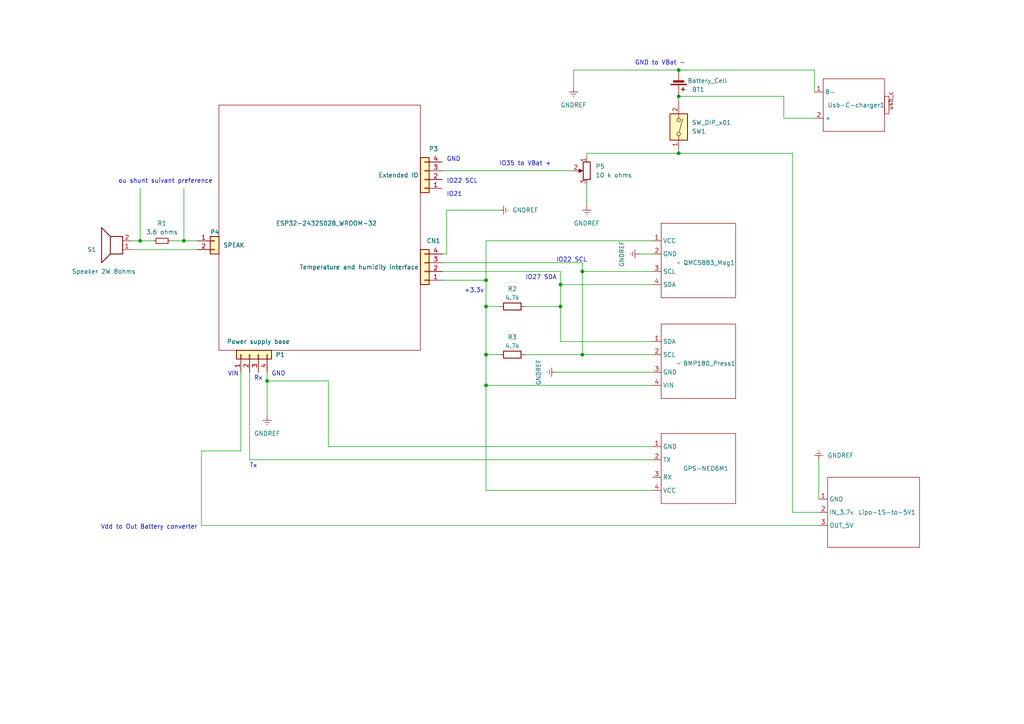
<source format=kicad_sch>
(kicad_sch (version 20230121) (generator eeschema)
  (paper "A4")
  (title_block (title "BertheVarioTac") (date "2024-10-09") (rev "1.3") (comment 1 "Author : SpinBerthe"))
  (lib_symbols
    (symbol "BertheLibrary:BMP180"
      (property "Reference" "BMP180" (at 5.08 0 0))
      (symbol "BMP180_0_1"
        (rectangle (start -5.08 11.43) (end 16.51 -10.16))
      )
      (symbol "BMP180_1_1"
        (pin input line (at -7.62 6.35 0) (length 2.54) (name "SDA") (number "1"))
        (pin input line (at -7.62 2.54 0) (length 2.54) (name "SCL") (number "2"))
        (pin input line (at -7.62 -2.54 0) (length 2.54) (name "GND") (number "3"))
        (pin input line (at -7.62 -6.35 0) (length 2.54) (name "VIN") (number "4"))
      )
    )
    (symbol "BertheLibrary:ESP32"
      (property "Reference" "ESP32-2432S028" (at 0 0 0))
      (symbol "ESP32_0_1"
        (rectangle (start -29.21 35.56) (end 29.21 -35.56))
      )
    )
    (symbol "BertheLibrary:GPS-NEO6"
      (property "Reference" "GPS-NEO6M" (at 0 0 0))
      (symbol "GPS-NEO6_0_1"
        (rectangle (start -11.43 10.16) (end 10.16 -10.16))
      )
      (symbol "GPS-NEO6_1_1"
        (pin input line (at -13.97 6.35 0) (length 2.54) (name "GND") (number "1"))
        (pin input line (at -13.97 2.54 0) (length 2.54) (name "TX") (number "2"))
        (pin input line (at -13.97 -2.54 0) (length 2.54) (name "RX") (number "3"))
        (pin input line (at -13.97 -6.35 0) (length 2.54) (name "VCC") (number "4"))
      )
    )
    (symbol "BertheLibrary:Lipo-to-5v"
      (property "Reference" "Lipo-1S-to-5V" (at 5.08 0 0))
      (symbol "Lipo-to-5v_0_1"
        (rectangle (start -11.43 10.16) (end 15.24 -10.16))
      )
      (symbol "Lipo-to-5v_1_1"
        (pin input line (at -13.97 3.81 0) (length 2.54) (name "GND") (number "1"))
        (pin input line (at -13.97 0 0) (length 2.54) (name "IN_3.7v") (number "2"))
        (pin input line (at -13.97 -3.81 0) (length 2.54) (name "OUT_5V") (number "3"))
      )
    )
    (symbol "BertheLibrary:QMC5883"
      (property "Reference" "QMC5883" (at 5.08 0 0))
      (symbol "QMC5883_0_1"
        (rectangle (start -5.08 11.43) (end 16.51 -10.16))
      )
      (symbol "QMC5883_1_1"
        (pin input line (at -7.62 6.35 0) (length 2.54) (name "VCC") (number "1"))
        (pin input line (at -7.62 2.54 0) (length 2.54) (name "GND") (number "2"))
        (pin input line (at -7.62 -2.54 0) (length 2.54) (name "SCL") (number "3"))
        (pin input line (at -7.62 -6.35 0) (length 2.54) (name "SDA") (number "4"))
      )
    )
    (symbol "BertheLibrary:Usb_c_charger"
      (property "Reference" "Usb-C-charger" (at 0 0 0))
      (symbol "Usb_c_charger_0_1"
        (rectangle (start -8.89 7.62) (end 8.89 -7.62))
      )
      (symbol "Usb_c_charger_1_1"
        (text_box "usb_c\n" (at 8.89 2.54 90) (size 1.27 -5.08) (effects (font (size 1.27 1.27)) (justify left top)))
        (pin input line (at -11.43 3.81 0) (length 2.54) (name "B-") (number "1"))
        (pin input line (at -11.43 -3.81 0) (length 2.54) (name "+") (number "2"))
      )
    )
    (symbol "Connector_Generic:Conn_01x02" (pin_names (offset 1.016) hide)
      (property "Reference" "J" (at 0 2.54 0))
      (property "Value" "Conn_01x02" (at 0 -5.08 0))
      (symbol "Conn_01x02_1_1"
        (rectangle (start -1.27 -2.413) (end 0 -2.667) (stroke (width 0.1524)))
        (rectangle (start -1.27 0.127) (end 0 -0.127) (stroke (width 0.1524)))
        (rectangle (start -1.27 1.27) (end 1.27 -3.81) (stroke (width 0.254)) (fill (type background)))
        (pin passive line (at -5.08 0 0) (length 3.81) (name "Pin_1") (number "1"))
        (pin passive line (at -5.08 -2.54 0) (length 3.81) (name "Pin_2") (number "2"))
      )
    )
    (symbol "Connector_Generic:Conn_01x04" (pin_names (offset 1.016) hide)
      (property "Reference" "J" (at 0 5.08 0))
      (property "Value" "Conn_01x04" (at 0 -7.62 0))
      (symbol "Conn_01x04_1_1"
        (rectangle (start -1.27 -4.953) (end 0 -5.207) (stroke (width 0.1524)))
        (rectangle (start -1.27 -2.413) (end 0 -2.667) (stroke (width 0.1524)))
        (rectangle (start -1.27 0.127) (end 0 -0.127) (stroke (width 0.1524)))
        (rectangle (start -1.27 2.667) (end 0 2.413) (stroke (width 0.1524)))
        (rectangle (start -1.27 3.81) (end 1.27 -6.35) (stroke (width 0.254)) (fill (type background)))
        (pin passive line (at -5.08 2.54 0) (length 3.81) (name "Pin_1") (number "1"))
        (pin passive line (at -5.08 0 0) (length 3.81) (name "Pin_2") (number "2"))
        (pin passive line (at -5.08 -2.54 0) (length 3.81) (name "Pin_3") (number "3"))
        (pin passive line (at -5.08 -5.08 0) (length 3.81) (name "Pin_4") (number "4"))
      )
    )
    (symbol "Device:Battery_Cell" (pin_numbers hide) (pin_names (offset 0) hide)
      (property "Reference" "BT" (at 2.54 2.54 0))
      (property "Value" "Battery_Cell" (at 2.54 0 0))
      (symbol "Battery_Cell_0_1"
        (rectangle (start -2.286 1.778) (end 2.286 1.524) (fill (type outline)))
        (rectangle (start -1.524 1.016) (end 1.524 0.508) (fill (type outline)))
        (polyline (pts (xy 0 0.762) (xy 0 0)))
        (polyline (pts (xy 0 1.778) (xy 0 2.54)))
        (polyline (pts (xy 0.762 3.048) (xy 1.778 3.048)) (stroke (width 0.254)))
        (polyline (pts (xy 1.27 3.556) (xy 1.27 2.54)) (stroke (width 0.254)))
      )
      (symbol "Battery_Cell_1_1"
        (pin passive line (at 0 5.08 270) (length 2.54) (name "+") (number "1"))
        (pin passive line (at 0 -2.54 90) (length 2.54) (name "-") (number "2"))
      )
    )
    (symbol "Device:R" (pin_numbers hide) (pin_names (offset 0))
      (property "Reference" "R" (at 2.032 0 90))
      (property "Value" "R" (at 0 0 90))
      (symbol "R_0_1"
        (rectangle (start -1.016 -2.54) (end 1.016 2.54) (stroke (width 0.254)))
      )
      (symbol "R_1_1"
        (pin passive line (at 0 3.81 270) (length 1.27) (name "~") (number "1"))
        (pin passive line (at 0 -3.81 90) (length 1.27) (name "~") (number "2"))
      )
    )
    (symbol "Device:R_Potentiometer" (pin_names (offset 1.016) hide)
      (property "Reference" "RV" (at -4.445 0 90))
      (property "Value" "R_Potentiometer" (at -2.54 0 90))
      (symbol "R_Potentiometer_0_1"
        (polyline (pts (xy 2.54 0) (xy 1.524 0)))
        (polyline (pts (xy 1.143 0) (xy 2.286 0.508) (xy 2.286 -0.508) (xy 1.143 0)) (fill (type outline)))
        (rectangle (start 1.016 2.54) (end -1.016 -2.54) (stroke (width 0.254)))
      )
      (symbol "R_Potentiometer_1_1"
        (pin passive line (at 0 3.81 270) (length 1.27) (name "1") (number "1"))
        (pin passive line (at 3.81 0 180) (length 1.27) (name "2") (number "2"))
        (pin passive line (at 0 -3.81 90) (length 1.27) (name "3") (number "3"))
      )
    )
    (symbol "Device:R_Small" (pin_numbers hide) (pin_names (offset 0.254) hide)
      (property "Reference" "R" (at 0.762 0.508 0))
      (property "Value" "R_Small" (at 0.762 -1.016 0))
      (symbol "R_Small_0_1"
        (rectangle (start -0.762 1.778) (end 0.762 -1.778) (stroke (width 0.2032)))
      )
      (symbol "R_Small_1_1"
        (pin passive line (at 0 2.54 270) (length 0.762) (name "~") (number "1"))
        (pin passive line (at 0 -2.54 90) (length 0.762) (name "~") (number "2"))
      )
    )
    (symbol "Device:Speaker" (pin_names (offset 0) hide)
      (property "Reference" "LS" (at 1.27 5.715 0))
      (property "Value" "Speaker" (at 1.27 3.81 0))
      (symbol "Speaker_0_0"
        (rectangle (start -2.54 1.27) (end 1.016 -3.81) (stroke (width 0.254)))
        (polyline (pts (xy 1.016 1.27) (xy 3.556 3.81) (xy 3.556 -6.35) (xy 1.016 -3.81)) (stroke (width 0.254)))
      )
      (symbol "Speaker_1_1"
        (pin input line (at -5.08 0 0) (length 2.54) (name "1") (number "1"))
        (pin input line (at -5.08 -2.54 0) (length 2.54) (name "2") (number "2"))
      )
    )
    (symbol "Switch:SW_DIP_x01" (pin_names (offset 0) hide)
      (property "Reference" "SW" (at 0 3.81 0))
      (property "Value" "SW_DIP_x01" (at 0 -3.81 0))
      (symbol "SW_DIP_x01_0_0"
        (circle (center -2.032 0) (radius 0.508))
        (polyline (pts (xy -1.524 0.127) (xy 2.3622 1.1684)))
        (circle (center 2.032 0) (radius 0.508))
      )
      (symbol "SW_DIP_x01_0_1"
        (rectangle (start -3.81 2.54) (end 3.81 -2.54) (stroke (width 0.254)) (fill (type background)))
      )
      (symbol "SW_DIP_x01_1_1"
        (pin passive line (at -7.62 0 0) (length 5.08) (name "~") (number "1"))
        (pin passive line (at 7.62 0 180) (length 5.08) (name "~") (number "2"))
      )
    )
    (symbol "power:GNDREF" (power) (pin_names (offset 0))
      (property "Value" "GNDREF" (at 0 -3.81 0))
      (symbol "GNDREF_0_1"
        (polyline (pts (xy -0.635 -1.905) (xy 0.635 -1.905)))
        (polyline (pts (xy -0.127 -2.54) (xy 0.127 -2.54)))
        (polyline (pts (xy 0 -1.27) (xy 0 0)))
        (polyline (pts (xy 1.27 -1.27) (xy -1.27 -1.27)))
      )
      (symbol "GNDREF_1_1"
        (pin power_in line (at 0 0 270) (length 0) hide (name "GNDREF") (number "1"))
      )
    )
  )
  (junction (at 196.85 44.45))
  (junction (at 77.47 110.49))
  (junction (at 168.91 78.74))
  (junction (at 140.97 111.76))
  (junction (at 196.85 27.94))
  (junction (at 53.34 69.85))
  (junction (at 140.97 88.9))
  (junction (at 162.56 82.55))
  (junction (at 40.64 69.85))
  (junction (at 140.97 102.87))
  (junction (at 162.56 88.9))
  (junction (at 168.91 102.87))
  (junction (at 140.97 81.28))
  (junction (at 196.85 20.32))
  (wire (pts (xy 170.18 44.45) (xy 196.85 44.45)))
  (wire (pts (xy 152.4 102.87) (xy 168.91 102.87)))
  (wire (pts (xy 49.53 69.85) (xy 53.34 69.85)))
  (wire (pts (xy 140.97 88.9) (xy 140.97 102.87)))
  (wire (pts (xy 162.56 82.55) (xy 162.56 88.9)))
  (wire (pts (xy 236.22 26.67) (xy 236.22 20.32)))
  (wire (pts (xy 77.47 110.49) (xy 77.47 107.95)))
  (wire (pts (xy 140.97 69.85) (xy 189.23 69.85)))
  (wire (pts (xy 77.47 110.49) (xy 95.25 110.49)))
  (wire (pts (xy 53.34 54.61) (xy 53.34 69.85)))
  (wire (pts (xy 53.34 69.85) (xy 57.15 69.85)))
  (wire (pts (xy 227.33 34.29) (xy 227.33 27.94)))
  (wire (pts (xy 128.27 78.74) (xy 162.56 78.74)))
  (wire (pts (xy 128.27 81.28) (xy 140.97 81.28)))
  (wire (pts (xy 168.91 78.74) (xy 189.23 78.74)))
  (wire (pts (xy 140.97 142.24) (xy 189.23 142.24)))
  (wire (pts (xy 152.4 88.9) (xy 162.56 88.9)))
  (wire (pts (xy 166.37 20.32) (xy 196.85 20.32)))
  (wire (pts (xy 170.18 44.45) (xy 170.18 45.72)))
  (wire (pts (xy 168.91 102.87) (xy 189.23 102.87)))
  (wire (pts (xy 229.87 44.45) (xy 229.87 148.59)))
  (wire (pts (xy 140.97 81.28) (xy 140.97 88.9)))
  (wire (pts (xy 77.47 120.65) (xy 77.47 110.49)))
  (wire (pts (xy 227.33 27.94) (xy 196.85 27.94)))
  (wire (pts (xy 40.64 69.85) (xy 40.64 54.61)))
  (wire (pts (xy 38.1 69.85) (xy 40.64 69.85)))
  (wire (pts (xy 237.49 133.35) (xy 237.49 144.78)))
  (wire (pts (xy 140.97 111.76) (xy 140.97 142.24)))
  (wire (pts (xy 95.25 110.49) (xy 95.25 129.54)))
  (wire (pts (xy 162.56 78.74) (xy 162.56 82.55)))
  (wire (pts (xy 40.64 69.85) (xy 44.45 69.85)))
  (wire (pts (xy 196.85 27.94) (xy 196.85 29.21)))
  (wire (pts (xy 58.42 130.81) (xy 69.85 130.81)))
  (wire (pts (xy 72.39 133.35) (xy 189.23 133.35)))
  (wire (pts (xy 95.25 129.54) (xy 189.23 129.54)))
  (wire (pts (xy 58.42 130.81) (xy 58.42 152.4)))
  (wire (pts (xy 170.18 53.34) (xy 170.18 59.69)))
  (wire (pts (xy 168.91 78.74) (xy 168.91 102.87)))
  (wire (pts (xy 128.27 73.66) (xy 129.54 73.66)))
  (wire (pts (xy 185.42 73.66) (xy 189.23 73.66)))
  (wire (pts (xy 168.91 76.2) (xy 168.91 78.74)))
  (wire (pts (xy 128.27 49.53) (xy 166.37 49.53)))
  (wire (pts (xy 161.29 107.95) (xy 189.23 107.95)))
  (wire (pts (xy 129.54 60.96) (xy 144.78 60.96)))
  (wire (pts (xy 236.22 20.32) (xy 196.85 20.32)))
  (wire (pts (xy 140.97 88.9) (xy 144.78 88.9)))
  (wire (pts (xy 69.85 130.81) (xy 69.85 107.95)))
  (wire (pts (xy 236.22 34.29) (xy 227.33 34.29)))
  (wire (pts (xy 140.97 111.76) (xy 189.23 111.76)))
  (wire (pts (xy 72.39 107.95) (xy 72.39 133.35)))
  (wire (pts (xy 166.37 25.4) (xy 166.37 20.32)))
  (wire (pts (xy 162.56 88.9) (xy 162.56 99.06)))
  (wire (pts (xy 140.97 69.85) (xy 140.97 81.28)))
  (wire (pts (xy 140.97 102.87) (xy 144.78 102.87)))
  (wire (pts (xy 140.97 102.87) (xy 140.97 111.76)))
  (wire (pts (xy 229.87 148.59) (xy 237.49 148.59)))
  (wire (pts (xy 128.27 76.2) (xy 168.91 76.2)))
  (wire (pts (xy 196.85 44.45) (xy 229.87 44.45)))
  (wire (pts (xy 162.56 82.55) (xy 189.23 82.55)))
  (wire (pts (xy 162.56 99.06) (xy 189.23 99.06)))
  (wire (pts (xy 38.1 72.39) (xy 57.15 72.39)))
  (wire (pts (xy 58.42 152.4) (xy 237.49 152.4)))
  (wire (pts (xy 129.54 73.66) (xy 129.54 60.96)))
  (text "IO22 SCL" (at 161.29 76.2 0) (effects (font (size 1.27 1.27)) (justify left bottom)))
  (text "Vdd to Out Battery converter" (at 29.21 153.67 0) (effects (font (size 1.27 1.27)) (justify left bottom)))
  (text "GND" (at 129.54 46.99 0) (effects (font (size 1.27 1.27)) (justify left bottom)))
  (text "GND to VBat -" (at 184.15 19.05 0) (effects (font (size 1.27 1.27)) (justify left bottom)))
  (text "IO22 SCL" (at 129.54 53.34 0) (effects (font (size 1.27 1.27)) (justify left bottom)))
  (text "GND" (at 78.74 109.22 0) (effects (font (size 1.27 1.27)) (justify left bottom)))
  (text "IO27 SDA" (at 152.4 81.28 0) (effects (font (size 1.27 1.27)) (justify left bottom)))
  (text "Rx\n" (at 73.66 110.49 0) (effects (font (size 1.27 1.27)) (justify left bottom)))
  (text "IO21" (at 129.54 57.15 0) (effects (font (size 1.27 1.27)) (justify left bottom)))
  (text "IO35 to VBat +" (at 144.78 48.26 0) (effects (font (size 1.27 1.27)) (justify left bottom)))
  (text "+3.3v" (at 134.62 85.09 0) (effects (font (size 1.27 1.27)) (justify left bottom)))
  (text "VIN" (at 66.04 109.22 0) (effects (font (size 1.27 1.27)) (justify left bottom)))
  (text "ou shunt suivant preference" (at 34.29 53.34 0) (effects (font (size 1.27 1.27)) (justify left bottom)))
  (text "Tx" (at 72.39 135.89 0) (effects (font (size 1.27 1.27)) (justify left bottom)))
  (symbol (lib_id "Connector_Generic:Conn_01x02") (at 62.23 69.85 0) (unit 1)
    (property "Reference" "P4" (at 60.96 67.31 0) (effects (justify left)))
    (property "Value" "SPEAK" (at 64.77 71.12 0) (effects (justify left)))
    (property "Footprint" "BertheShema:2 trous standard" (effects hide))
  )
  (symbol (lib_id "BertheLibrary:QMC5883") (at 196.85 76.2 0) (unit 1)
    (property "Reference" "QMC5883_Mag1" (at 198.12 76.2 0) (effects (justify left)))
    (property "Value" "~" (at 196.85 76.2 0))
    (property "Footprint" "BertheShema:QMC5883" (effects hide))
  )
  (symbol (lib_id "Connector_Generic:Conn_01x04") (at 72.39 102.87 90) (unit 1)
    (property "Reference" "P1" (at 81.28 102.87 90))
    (property "Value" "Power supply base" (at 74.93 99.06 90))
    (property "Footprint" "BertheShema:4 trous standard" (effects hide))
  )
  (symbol (lib_id "Device:R_Small") (at 46.99 69.85 90) (unit 1)
    (property "Reference" "R1" (at 46.99 64.77 90))
    (property "Value" "3.6 ohms" (at 46.99 67.31 90))
    (property "Footprint" "Resistor_THT:R_Axial_DIN0207_L6.3mm_D2.5mm_P10.16mm_Horizontal" (effects hide))
  )
  (symbol (lib_id "Device:R") (at 148.59 88.9 90) (unit 1)
    (property "Reference" "R2" (at 148.59 83.82 90))
    (property "Value" "4.7k" (at 148.59 86.36 90))
    (property "Footprint" "BertheShema:R_47" (effects hide))
  )
  (symbol (lib_id "BertheLibrary:Lipo-to-5v") (at 251.46 148.59 0) (unit 1)
    (property "Reference" "Lipo-1S-to-5V1" (at 248.92 148.59 0) (effects (justify left)))
    (property "Value" "-" (effects hide))
    (property "Footprint" "BertheShema:1S-to-5v" (effects hide))
  )
  (symbol (lib_id "Device:Battery_Cell") (at 196.85 22.86 0) (mirror x) (unit 1)
    (property "Reference" "BT1" (at 200.66 25.9715 0) (effects (justify left)))
    (property "Value" "Battery_Cell" (at 199.39 23.4315 0) (effects (justify left)))
    (property "Footprint" "BertheShema:batterie" (effects hide))
  )
  (symbol (lib_id "BertheLibrary:BMP180") (at 196.85 105.41 0) (unit 1)
    (property "Reference" "BMP180_Press1" (at 198.12 105.41 0) (effects (justify left)))
    (property "Value" "~" (at 196.85 105.41 0))
    (property "Footprint" "BertheShema:BMP180" (effects hide))
  )
  (symbol (lib_id "power:GNDREF") (at 144.78 60.96 90) (unit 1)
    (property "Reference" "#PWR0101" (effects hide))
    (property "Value" "GNDREF" (at 148.59 60.96 90) (effects (justify right)))
  )
  (symbol (lib_id "power:GNDREF") (at 170.18 59.69 0) (unit 1)
    (property "Reference" "#PWR0104" (effects hide))
    (property "Value" "GNDREF" (at 170.18 64.77 0))
  )
  (symbol (lib_id "power:GNDREF") (at 185.42 73.66 270) (mirror x) (unit 1)
    (property "Reference" "#PWR02" (effects hide))
    (property "Value" "GNDREF" (at 180.34 73.66 0))
  )
  (symbol (lib_id "power:GNDREF") (at 237.49 133.35 180) (unit 1)
    (property "Reference" "#PWR0102" (effects hide))
    (property "Value" "GNDREF" (at 240.03 132.08 0) (effects (justify right)))
  )
  (symbol (lib_id "BertheLibrary:Usb_c_charger") (at 247.65 30.48 0) (unit 1)
    (property "Reference" "Usb-C-charger1" (at 240.03 30.48 0) (effects (justify left)))
    (property "Value" "-" (effects hide))
    (property "Footprint" "BertheShema:Usb-C-Charger" (effects hide))
  )
  (symbol (lib_id "Switch:SW_DIP_x01") (at 196.85 36.83 270) (mirror x) (unit 1)
    (property "Reference" "SW1" (at 200.66 38.1 90) (effects (justify left)))
    (property "Value" "SW_DIP_x01" (at 200.66 35.56 90) (effects (justify left)))
    (property "Footprint" "BertheShema:2 trous standard" (effects hide))
  )
  (symbol (lib_id "BertheLibrary:ESP32") (at 92.71 66.04 0) (unit 1)
    (property "Reference" "ESP32-2432S028_WROOM-32" (at 80.01 64.77 0) (effects (justify left)))
    (property "Value" "-" (effects hide))
    (property "Footprint" "Symbol:KiCad-Logo2_5mm_SilkScreen" (effects hide))
  )
  (symbol (lib_id "power:GNDREF") (at 77.47 120.65 0) (unit 1)
    (property "Reference" "#PWR0105" (effects hide))
    (property "Value" "GNDREF" (at 77.47 125.73 0))
  )
  (symbol (lib_id "Connector_Generic:Conn_01x04") (at 123.19 78.74 180) (unit 1)
    (property "Reference" "CN1" (at 125.73 69.85 0))
    (property "Value" "Temperature and humidity interface" (at 104.14 77.47 0))
    (property "Footprint" "BertheShema:4 trous standard" (effects hide))
  )
  (symbol (lib_id "BertheLibrary:GPS-NEO6") (at 203.2 135.89 0) (unit 1)
    (property "Reference" "GPS-NEO6M1" (at 198.12 135.89 0) (effects (justify left)))
    (property "Value" "-" (effects hide))
    (property "Footprint" "BertheShema:GPSNEO6V2" (effects hide))
  )
  (symbol (lib_id "Connector_Generic:Conn_01x04") (at 123.19 52.07 180) (unit 1)
    (property "Reference" "P3" (at 125.73 43.18 0))
    (property "Value" "Extended IO" (at 115.57 50.8 0))
    (property "Footprint" "BertheShema:4 trous standard" (effects hide))
  )
  (symbol (lib_id "Device:R") (at 148.59 102.87 90) (unit 1)
    (property "Reference" "R3" (at 148.59 97.79 90))
    (property "Value" "4.7k" (at 148.59 100.33 90))
    (property "Footprint" "BertheShema:R_47" (effects hide))
  )
  (symbol (lib_id "Device:R_Potentiometer") (at 170.18 49.53 0) (mirror y) (unit 1)
    (property "Reference" "P5" (at 172.72 48.26 0) (effects (justify right)))
    (property "Value" "10 k ohms" (at 172.72 50.8 0) (effects (justify right)))
    (property "Footprint" "BertheShema:potentiometre" (effects hide))
  )
  (symbol (lib_id "power:GNDREF") (at 161.29 107.95 270) (mirror x) (unit 1)
    (property "Reference" "#PWR01" (effects hide))
    (property "Value" "GNDREF" (at 156.21 107.95 0))
  )
  (symbol (lib_id "power:GNDREF") (at 166.37 25.4 0) (unit 1)
    (property "Reference" "#PWR0103" (effects hide))
    (property "Value" "GNDREF" (at 166.37 30.48 0))
  )
  (symbol (lib_id "Device:Speaker") (at 33.02 72.39 180) (unit 1)
    (property "Reference" "S1" (at 27.94 72.39 0) (effects (justify left)))
    (property "Value" "Speaker 2W 8ohms" (at 39.37 78.74 0) (effects (justify left)))
    (property "Footprint" "BertheShema:2 trous standard" (effects hide))
  )
)
</source>
